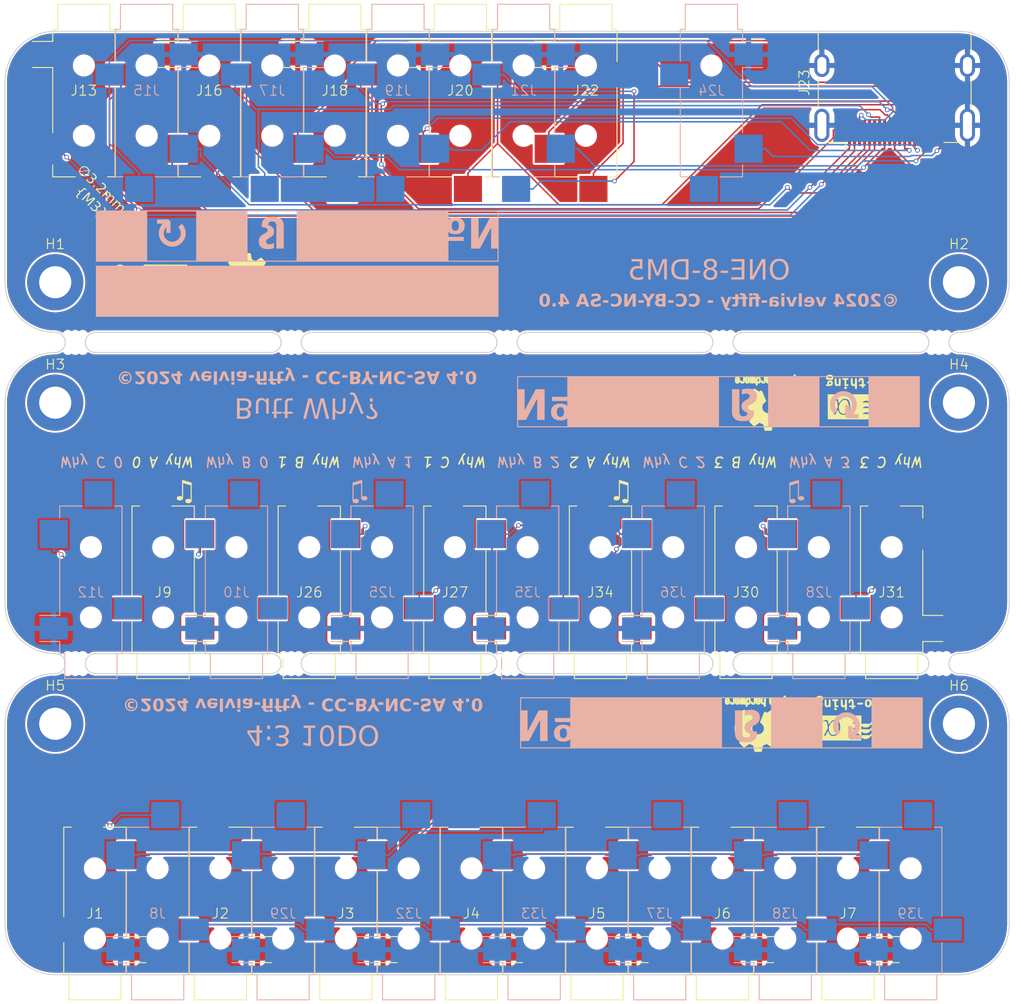
<source format=kicad_pcb>
(kicad_pcb (version 20240108) (generator "pcbnew") (generator_version "8.0")
  (layers (0 "F.Cu" signal) (31 "B.Cu" signal) (34 "B.Paste" user) (35 "F.Paste" user) (36 "B.SilkS" user "B.Silkscreen") (37 "F.SilkS" user "F.Silkscreen") (38 "B.Mask" user) (39 "F.Mask" user) (44 "Edge.Cuts" user))
  (net 0 "")
  (net 1 "GND")
  (net 2 "/Ring 0")
  (net 3 "/TIP 0")
  (net 4 "/Ring 1")
  (net 5 "/TIP 1")
  (net 6 "/Ring 2")
  (net 9 "/TIP 2")
  (net 10 "/Ring 3")
  (net 11 "/TIP 3")
  (net 12 "/Ring 4")
  (net 13 "/TIP 4")
  (net 14 "/TIP 5")
  (net 15 "/Ring 5")
  (net 16 "/TIP 6")
  (net 17 "/Ring 6")
  (net 18 "/Ring 7")
  (net 19 "/TIP 7")
  (net 20 "/Ring 8")
  (net 21 "/TIP 8")
  (net 22 "/TIP 9")
  (net 25 "Net-(J10-PadT)")
  (net 26 "Net-(J12-PadT)")
  (net 32 "Net-(J25-PadR)")
  (net 34 "Net-(J25-PadT)")
  (net 39 "Net-(J28-PadR)")
  (net 41 "Net-(J28-PadT)")
  (net 42 "Net-(J29-PadT)")
  (net 43 "Net-(J29-PadR)")
  (net 48 "Net-(J34-PadR)")
  (net 49 "Net-(J34-PadT)")
  (net 57 "Net-(J1-PadTN)")
  (net 58 "Net-(J1-PadT)")
  (net 59 "Net-(J1-PadR)")
  (net 62 "Net-(J4-PadT)")
  (net 69 "Net-(J33-PadT)")
  (footprint "mousebites:mouse-bite-2mm-slot" (layer "F.Cu") (at 174.7625 76.85)
    (property "Reference" "H9" (hide yes))
    (property "Value" "Mousebite" (hide yes))
  )
  (footprint "Connector_Audio:Jack_3.5mm_CUI_SJ-3524-SMT_Horizontal" (layer "F.Cu") (at 171.2125 133.75 180)
    (property "Reference" "J4")
    (property "Value" "BETA")
  )
  (footprint "Connector_Audio:Jack_3.5mm_CUI_SJ-3524-SMT_Horizontal" (layer "F.Cu") (at 158.7125 133.75 180)
    (property "Reference" "J3")
    (property "Value" "ALPHA")
  )
  (footprint "AT-Footprints:at-logo" (layer "F.Cu") (at 209.7625 116.85 180)
    (property "Reference" "G5" (hide yes))
    (property "Value" "LOGO" (hide yes))
  )
  (footprint "Symbol:OSHW-Logo2_7.3x6mm_SilkScreen" (layer "F.Cu") (at 148.8625 70.755)
    (property "Reference" "G2" (hide yes))
    (property "Value" "OSHW-Logo2_7.3x6mm_SilkScreen" (hide yes))
  )
  (footprint "MountingHole:MountingHole_3.2mm_M3_DIN965_Pad" (layer "F.Cu") (at 219.7625 82.85)
    (property "Reference" "H4")
    (property "Value" "M3")
  )
  (footprint "Connector_Audio:Jack_3.5mm_CUI_SJ-3524-SMT_Horizontal" (layer "F.Cu") (at 140.5125 101.75 180)
    (property "Reference" "J9")
    (property "Value" "Why A 0")
  )
  (footprint "Connector_Audio:Jack_3.5mm_CUI_SJ-3524-SMT_Horizontal" (layer "F.Cu") (at 133.7125 133.75 180)
    (property "Reference" "J1")
    (property "Value" "ALPHA")
  )
  (footprint "MountingHole:MountingHole_3.2mm_M3_DIN965_Pad" (layer "F.Cu") (at 129.7625 114.85)
    (property "Reference" "H5")
    (property "Value" "M3")
  )
  (footprint "MountingHole:MountingHole_3.2mm_M3_DIN965_Pad" (layer "F.Cu") (at 219.7625 70.85)
    (property "Reference" "H2")
    (property "Value" "M3")
  )
  (footprint "mousebites:mouse-bite-2mm-slot" (layer "F.Cu") (at 217.7625 108.85)
    (property "Reference" "H16" (hide yes))
    (property "Value" "Mousebite" (hide yes))
  )
  (footprint "mousebites:mouse-bite-2mm-slot" (layer "F.Cu") (at 131.7625 76.85)
    (property "Reference" "H7" (hide yes))
    (property "Value" "Mousebite" (hide yes))
  )
  (footprint "Connector_Audio:Jack_3.5mm_CUI_SJ-3524-SMT_Horizontal" (layer "F.Cu") (at 145.1125 51.755)
    (property "Reference" "J16")
    (property "Value" "Stereo 2")
  )
  (footprint "Connector_Audio:Jack_3.5mm_CUI_SJ-3524-SMT_Horizontal" (layer "F.Cu") (at 155.0625 101.75 180)
    (property "Reference" "J26")
    (property "Value" "Why B 1")
  )
  (footprint "Connector_Audio:Jack_3.5mm_CUI_SJ-3524-SMT_Horizontal" (layer "F.Cu") (at 208.7125 133.75 180)
    (property "Reference" "J7")
    (property "Value" "A/B")
  )
  (footprint "Connector_Audio:Jack_3.5mm_CUI_SJ-3524-SMT_Horizontal" (layer "F.Cu") (at 169.5625 101.75 180)
    (property "Reference" "J27")
    (property "Value" "Why C 1")
  )
  (footprint "mousebites:mouse-bite-2mm-slot" (layer "F.Cu") (at 153.2625 108.85)
    (property "Reference" "H13" (hide yes))
    (property "Value" "Mousebite" (hide yes))
  )
  (footprint "mousebites:mouse-bite-2mm-slot" (layer "F.Cu") (at 196.2625 76.85)
    (property "Reference" "H10" (hide yes))
    (property "Value" "Mousebite" (hide yes))
  )
  (footprint "Connector_Video:HDMI_A_Molex_208658-1001_Horizontal" (layer "F.Cu") (at 213.3625 52.69 90)
    (property "Reference" "J23")
    (property "Value" "HDMI")
  )
  (footprint "Connector_Audio:Jack_3.5mm_CUI_SJ-3524-SMT_Horizontal" (layer "F.Cu") (at 182.6125 51.755)
    (property "Reference" "J22")
    (property "Value" "Stereo 8")
  )
  (footprint "mousebites:mouse-bite-2mm-slot" (layer "F.Cu") (at 196.2625 108.85)
    (property "Reference" "H15" (hide yes))
    (property "Value" "Mousebite" (hide yes))
  )
  (footprint "Connector_Audio:Jack_3.5mm_CUI_SJ-3524-SMT_Horizontal" (layer "F.Cu") (at 146.2125 133.75 180)
    (property "Reference" "J2")
    (property "Value" "ALPHA")
  )
  (footprint "AT-Footprints:at-logo" (layer "F.Cu") (at 210.7625 84.85 180)
    (property "Reference" "G3" (hide yes))
    (property "Value" "LOGO" (hide yes))
  )
  (footprint "AT-Footprints:at-logo" (layer "F.Cu") (at 138.8625 68.755)
    (property "Reference" "G1" (hide yes))
    (property "Value" "LOGO" (hide yes))
  )
  (footprint "mousebites:mouse-bite-2mm-slot" (layer "F.Cu") (at 174.7625 108.85)
    (property "Reference" "H14" (hide yes))
    (property "Value" "Mousebite" (hide yes))
  )
  (footprint "Connector_Audio:Jack_3.5mm_CUI_SJ-3524-SMT_Horizontal" (layer "F.Cu") (at 196.2125 133.75 180)
    (property "Reference" "J6")
    (property "Value" "A/B")
  )
  (footprint "MountingHole:MountingHole_3.2mm_M3_DIN965_Pad" (layer "F.Cu") (at 129.7625 70.85)
    (property "Reference" "H1")
    (property "Value" "M3")
  )
  (footprint "Connector_Audio:Jack_3.5mm_CUI_SJ-3524-SMT_Horizontal" (layer "F.Cu") (at 213.0625 101.75 180)
    (property "Reference" "J31")
    (property "Value" "Why C 3")
  )
  (footprint "Connector_Audio:Jack_3.5mm_CUI_SJ-3524-SMT_Horizontal" (layer "F.Cu") (at 157.6125 51.755)
    (property "Reference" "J18")
    (property "Value" "Stereo 4")
  )
  (footprint "mousebites:mouse-bite-2mm-slot" (layer "F.Cu") (at 217.7625 76.85)
    (property "Reference" "H11" (hide yes))
    (property "Value" "Mousebite" (hide yes))
  )
  (footprint "Symbol:OSHW-Logo2_7.3x6mm_SilkScreen" (layer "F.Cu") (at 199.7625 114.85 180)
    (property "Reference" "G6" (hide yes))
    (property "Value" "OSHW-Logo2_7.3x6mm_SilkScreen" (hide yes))
  )
  (footprint "mousebites:mouse-bite-2mm-slot" (layer "F.Cu") (at 131.7625 108.85)
    (property "Reference" "H12" (hide yes))
    (property "Value" "Mousebite" (hide yes))
  )
  (footprint "Connector_Audio:Jack_3.5mm_CUI_SJ-3524-SMT_Horizontal" (layer "F.Cu") (at 132.6125 51.755)
    (property "Reference" "J13")
    (property "Value" "Stereo 0")
  )
  (footprint "Connector_Audio:Jack_3.5mm_CUI_SJ-3524-SMT_Horizontal" (layer "F.Cu") (at 184.0625 101.75 180)
    (property "Reference" "J34")
    (property "Value" "Why A 2")
  )
  (footprint "mousebites:mouse-bite-2mm-slot" (layer "F.Cu") (at 153.2625 76.85)
    (property "Reference" "H8" (hide yes))
    (property "Value" "Mousebite" (hide yes))
  )
  (footprint "Connector_Audio:Jack_3.5mm_CUI_SJ-3524-SMT_Horizontal" (layer "F.Cu") (at 170.1125 51.755)
    (property "Reference" "J20")
    (property "Value" "Stereo 6")
  )
  (footprint "Connector_Audio:Jack_3.5mm_CUI_SJ-3524-SMT_Horizontal" (layer "F.Cu") (at 198.5625 101.75 180)
    (property "Reference" "J30")
    (property "Value" "Why B 3")
  )
  (footprint "MountingHole:MountingHole_3.2mm_M3_DIN965_Pad" (layer "F.Cu") (at 129.7625 82.85)
    (property "Reference" "H3")
    (property "Value" "M3")
  )
  (footprint "MountingHole:MountingHole_3.2mm_M3_DIN965_Pad" (layer "F.Cu") (at 219.7625 114.85)
    (property "Reference" "H6")
    (property "Value" "M3")
  )
  (footprint "Symbol:OSHW-Logo2_7.3x6mm_SilkScreen" (layer "F.Cu") (at 200.7625 82.85 180)
    (property "Reference" "G4" (hide yes))
    (property "Value" "OSHW-Logo2_7.3x6mm_SilkScreen" (hide yes))
  )
  (footprint "Connector_Audio:Jack_3.5mm_CUI_SJ-3524-SMT_Horizontal" (layer "F.Cu") (at 183.7125 133.75 180)
    (property "Reference" "J5")
    (property "Value" "A/B")
  )
  (footprint "Connector_Audio:Jack_3.5mm_CUI_SJ-3524-SMT_Horizontal" (layer "B.Cu") (at 163.8958 51.755 180)
    (property "Reference" "J19")
    (property "Value" "Stereo 5")
  )
  (footprint "Connector_Audio:Jack_3.5mm_CUI_SJ-3524-SMT_Horizontal" (layer "B.Cu") (at 202.4625 133.75)
    (property "Reference" "J38")
    (property "Value" "C/D")
  )
  (footprint "Connector_Audio:Jack_3.5mm_CUI_SJ-3524-SMT_Horizontal" (layer "B.Cu") (at 139.9625 133.75)
    (property "Reference" "J8")
    (property "Value" "A/GAMMA")
  )
  (footprint "Connector_Audio:Jack_3.5mm_CUI_SJ-3524-SMT_Horizontal" (layer "B.Cu") (at 214.9625 133.75)
    (property "Reference" "J39")
    (property "Value" "C/D")
  )
  (footprint "Connector_Audio:Jack_3.5mm_CUI_SJ-3524-SMT_Horizontal" (layer "B.Cu") (at 133.3125 101.75)
    (property "Reference" "J12")
    (property "Value" "Why C 0")
  )
  (footprint "Connector_Audio:Jack_3.5mm_CUI_SJ-3524-SMT_Horizontal" (layer "B.Cu") (at 195.1125 51.755 180)
    (property "Reference" "J24")
    (property "Value" "Mono")
  )
  (footprint "Connector_Audio:Jack_3.5mm_CUI_SJ-3524-SMT_Horizontal" (layer "B.Cu") (at 176.4125 51.755 180)
    (property "Reference" "J21")
    (property "Value" "Stereo 7")
  )
  (footprint "Connector_Audio:Jack_3.5mm_CUI_SJ-3524-SMT_Horizontal" (layer "B.Cu") (at 164.9625 133.75)
    (property "Reference" "J32")
    (property "Value" "GAMMA")
  )
  (footprint "Connector_Audio:Jack_3.5mm_CUI_SJ-3524-SMT_Horizontal" (layer "B.Cu") (at 205.8125 101.75)
    (property "Reference" "J28")
    (property "Value" "Why A 3")
  )
  (footprint "Connector_Audio:Jack_3.5mm_CUI_SJ-3524-SMT_Horizontal" (layer "B.Cu") (at 162.3125 101.75)
    (property "Reference" "J25")
    (property "Value" "Why A 1")
  )
  (footprint "Connector_Audio:Jack_3.5mm_CUI_SJ-3524-SMT_Horizontal" (layer "B.Cu") (at 176.8125 101.75)
    (property "Reference" "J35")
    (property "Value" "Why B 2")
  )
  (footprint "Connector_Audio:Jack_3.5mm_CUI_SJ-3524-SMT_Horizontal" (layer "B.Cu") (at 151.3792 51.755 180)
    (property "Reference" "J17")
    (property "Value" "Stereo 3")
  )
  (footprint "Connector_Audio:Jack_3.5mm_CUI_SJ-3524-SMT_Horizontal" (layer "B.Cu") (at 147.8125 101.75)
    (property "Reference" "J10")
    (property "Value" "Why B 0")
  )
  (footprint "Connector_Audio:Jack_3.5mm_CUI_SJ-3524-SMT_Horizontal" (layer "B.Cu") (at 152.4625 133.75)
    (property "Reference" "J29")
    (property "Value" "GAMMA")
  )
  (footprint "Connector_Audio:Jack_3.5mm_CUI_SJ-3524-SMT_Horizontal" (layer "B.Cu") (at 189.9625 133.75)
    (property "Reference" "J37")
    (property "Value" "C/D")
  )
  (footprint "Connector_Audio:Jack_3.5mm_CUI_SJ-3524-SMT_Horizontal" (layer "B.Cu") (at 191.3125 101.75)
    (property "Reference" "J36")
    (property "Value" "Why C 2")
  )
  (footprint "Connector_Audio:Jack_3.5mm_CUI_SJ-3524-SMT_Horizontal" (layer "B.Cu") (at 138.8625 51.755 180)
    (property "Reference" "J15")
    (property "Value" "Stereo 1")
  )
  (footprint "Connector_Audio:Jack_3.5mm_CUI_SJ-3524-SMT_Horizontal" (layer "B.Cu") (at 177.4625 133.75)
    (property "Reference" "J33")
    (property "Value" "DELTA")
  )
  (gr_poly (pts (xy 205.818055 85.254999) (xy 200.818054 85.254999) (xy 200.818054 80.254999) (xy 205.818054 80.255)) (stroke (width 0.1)) (fill solid) (layer "B.SilkS"))
  (gr_rect (start 133.8625 63.755) (end 138.8625 68.755) (stroke (width 0.1)) (fill solid) (layer "B.SilkS"))
  (gr_poly (pts (xy 210.818054 85.255) (xy 205.818055 85.254999) (xy 205.818054 80.255) (xy 210.818054 80.255)) (stroke (width 0.1)) (fill none) (layer "B.SilkS"))
  (gr_rect (start 195.818054 80.254999) (end 200.818054 85.254999) (stroke (width 0.1)) (fill none) (layer "B.SilkS"))
  (gr_poly (pts (xy 215.818053 85.254999) (xy 210.818054 85.255) (xy 210.818054 80.255) (xy 215.818054 80.255)) (stroke (width 0.1)) (fill solid) (layer "B.SilkS"))
  (gr_poly (pts (xy 206.112501 117.254999) (xy 201.1125 117.254999) (xy 201.1125 112.254999) (xy 206.1125 112.255)) (stroke (width 0.1)) (fill solid) (layer "B.SilkS"))
  (gr_poly (pts (xy 168.8625 63.755) (xy 173.8625 63.755) (xy 173.8625 68.755) (xy 168.8625 68.755001)) (stroke (width 0.1)) (fill none) (layer "B.SilkS"))
  (gr_rect (start 138.8625 63.755) (end 143.8625 68.755) (stroke (width 0.1)) (fill none) (layer "B.SilkS"))
  (gr_rect (start 148.8625 63.755) (end 153.8625 68.755) (stroke (width 0.1)) (fill none) (layer "B.SilkS"))
  (gr_poly (pts (xy 153.8625 63.755) (xy 168.8625 63.755) (xy 168.8625 68.755001) (xy 153.8625 68.755)) (stroke (width 0.1)) (fill solid) (layer "B.SilkS"))
  (gr_poly (pts (xy 181.1125 117.254999) (xy 176.1125 117.254999) (xy 176.1125 112.254999) (xy 181.112501 112.254998)) (stroke (width 0.1)) (fill none) (layer "B.SilkS"))
  (gr_poly (pts (xy 216.112499 117.254999) (xy 211.1125 117.255) (xy 211.1125 112.255) (xy 216.1125 112.255)) (stroke (width 0.1)) (fill solid) (layer "B.SilkS"))
  (gr_rect (start 143.8625 63.755) (end 148.8625 68.755) (stroke (width 0.1)) (fill solid) (layer "B.SilkS"))
  (gr_poly (pts (xy 196.1125 117.254999) (xy 181.1125 117.254999) (xy 181.112501 112.254998) (xy 196.1125 112.254999)) (stroke (width 0.1)) (fill solid) (layer "B.SilkS"))
  (gr_poly (pts (xy 180.818054 85.254999) (xy 175.818054 85.254999) (xy 175.818054 80.254999) (xy 180.818055 80.254998)) (stroke (width 0.1)) (fill none) (layer "B.SilkS"))
  (gr_rect (start 196.1125 112.254999) (end 201.1125 117.254999) (stroke (width 0.1)) (fill none) (layer "B.SilkS"))
  (gr_poly (pts (xy 195.818054 85.254999) (xy 180.818054 85.254999) (xy 180.818055 80.254998) (xy 195.818054 80.254999)) (stroke (width 0.1)) (fill solid) (layer "B.SilkS"))
  (gr_poly (pts (xy 211.1125 117.255) (xy 206.112501 117.254999) (xy 206.1125 112.255) (xy 211.1125 112.255)) (stroke (width 0.1)) (fill none) (layer "B.SilkS"))
  (gr_rect (start 133.8625 69.255) (end 173.8625 74.255) (stroke (width 0.1)) (fill solid) (layer "B.SilkS"))
  (gr_line (start 176.7625 109.85) (end 194.2625 109.85) (stroke (width 0.1)) (layer "Edge.Cuts"))
  (gr_arc (start 129.7625 139.850001) (mid 126.226966 138.385534) (end 124.7625 134.85) (stroke (width 0.1)) (layer "Edge.Cuts"))
  (gr_line (start 172.7625 107.85) (end 155.2625 107.85) (stroke (width 0.1)) (layer "Edge.Cuts"))
  (gr_line (start 133.7625 107.85) (end 151.2625 107.85) (stroke (width 0.1)) (layer "Edge.Cuts"))
  (gr_line (start 215.7625 77.85) (end 198.2625 77.85) (stroke (width 0.1)) (layer "Edge.Cuts"))
  (gr_arc (start 198.2625 77.85) (mid 197.2625 76.85) (end 198.2625 75.85) (stroke (width 0.1)) (layer "Edge.Cuts"))
  (gr_arc (start 224.7625 70.85) (mid 223.298034 74.385534) (end 219.7625 75.85) (stroke (width 0.1)) (layer "Edge.Cuts"))
  (gr_arc (start 176.7625 77.85) (mid 175.7625 76.85) (end 176.7625 75.85) (stroke (width 0.1)) (layer "Edge.Cuts"))
  (gr_arc (start 133.7625 109.85) (mid 132.7625 108.85) (end 133.7625 107.85) (stroke (width 0.1)) (layer "Edge.Cuts"))
  (gr_arc (start 219.7625 109.85) (mid 223.298034 111.314466) (end 224.7625 114.85) (stroke (width 0.1)) (layer "Edge.Cuts"))
  (gr_line (start 194.2625 75.85) (end 176.7625 75.85) (stroke (width 0.1)) (layer "Edge.Cuts"))
  (gr_arc (start 194.2625 75.85) (mid 195.2625 76.85) (end 194.2625 77.85) (stroke (width 0.1)) (layer "Edge.Cuts"))
  (gr_arc (start 176.7625 109.85) (mid 175.7625 108.85) (end 176.7625 107.85) (stroke (width 0.1)) (layer "Edge.Cuts"))
  (gr_line (start 219.7625 45.85) (end 129.7625 45.85) (stroke (width 0.1)) (layer "Edge.Cuts"))
  (gr_line (start 194.2625 107.85) (end 176.7625 107.85) (stroke (width 0.1)) (layer "Edge.Cuts"))
  (gr_arc (start 172.7625 75.85) (mid 173.7625 76.85) (end 172.7625 77.85) (stroke (width 0.1)) (layer "Edge.Cuts"))
  (gr_arc (start 194.2625 107.85) (mid 195.2625 108.85) (end 194.2625 109.85) (stroke (width 0.1)) (layer "Edge.Cuts"))
  (gr_arc (start 219.7625 77.85) (mid 218.7625 76.85) (end 219.7625 75.85) (stroke (width 0.1)) (layer "Edge.Cuts"))
  (gr_line (start 215.7625 109.85) (end 198.2625 109.85) (stroke (width 0.1)) (layer "Edge.Cuts"))
  (gr_arc (start 219.7625 77.85) (mid 223.298033 79.314466) (end 224.7625 82.85) (stroke (width 0.1)) (layer "Edge.Cuts"))
  (gr_line (start 155.2625 77.85) (end 172.7625 77.85) (stroke (width 0.1)) (layer "Edge.Cuts"))
  (gr_arc (start 124.7625 82.85) (mid 126.226966 79.314466) (end 129.7625 77.85) (stroke (width 0.1)) (layer "Edge.Cuts"))
  (gr_arc (start 219.7625 109.85) (mid 218.7625 108.85) (end 219.7625 107.85) (stroke (width 0.1)) (layer "Edge.Cuts"))
  (gr_line (start 151.2625 77.85) (end 133.7625 77.85) (stroke (width 0.1)) (layer "Edge.Cuts"))
  (gr_line (start 224.7625 114.85) (end 224.7625 134.85) (stroke (width 0.1)) (layer "Edge.Cuts"))
  (gr_arc (start 224.7625 134.85) (mid 223.298034 138.385534) (end 219.7625 139.85) (stroke (width 0.1)) (layer "Edge.Cuts"))
  (gr_arc (start 151.2625 107.85) (mid 152.2625 108.85) (end 151.2625 109.85) (stroke (width 0.1)) (layer "Edge.Cuts"))
  (gr_arc (start 224.7625 102.85) (mid 223.298034 106.385534) (end 219.7625 107.85) (stroke (width 0.1)) (layer "Edge.Cuts"))
  (gr_line (start 198.2625 107.85) (end 215.7625 107.85) (stroke (width 0.1)) (layer "Edge.Cuts"))
  (gr_line (start 129.7625 139.850001) (end 219.7625 139.85) (stroke (width 0.1)) (layer "Edge.Cuts"))
  (gr_line (start 124.7625 82.85) (end 124.7625 102.85) (stroke (width 0.1)) (layer "Edge.Cuts"))
  (gr_arc (start 219.7625 45.85) (mid 223.298034 47.314466) (end 224.7625 50.85) (stroke (width 0.1)) (layer "Edge.Cuts"))
  (gr_arc (start 124.7625 50.85) (mid 126.226966 47.314466) (end 129.7625 45.85) (stroke (width 0.1)) (layer "Edge.Cuts"))
  (gr_arc (start 129.7625 107.85) (mid 126.226966 106.385534) (end 124.7625 102.85) (stroke (width 0.1)) (layer "Edge.Cuts"))
  (gr_arc (start 155.2625 109.85) (mid 154.2625 108.85) (end 155.2625 107.85) (stroke (width 0.1)) (layer "Edge.Cuts"))
  (gr_line (start 133.7625 75.85) (end 151.2625 75.85) (stroke (width 0.1)) (layer "Edge.Cuts"))
  (gr_arc (start 129.7625 75.85) (mid 126.226966 74.385534) (end 124.7625 70.85) (stroke (width 0.1)) (layer "Edge.Cuts"))
  (gr_line (start 224.7625 82.85) (end 224.7625 102.85) (stroke (width 0.1)) (layer "Edge.Cuts"))
  (gr_arc (start 215.7625 75.85) (mid 216.7625 76.85) (end 215.7625 77.85) (stroke (width 0.1)) (layer "Edge.Cuts"))
  (gr_arc (start 198.2625 109.85) (mid 197.2625 108.85) (end 198.2625 107.85) (stroke (width 0.1)) (layer "Edge.Cuts"))
  (gr_arc (start 129.7625 75.85) (mid 130.7625 76.85) (end 129.7625 77.85) (stroke (width 0.1)) (layer "Edge.Cuts"))
  (gr_line (start 176.7625 77.85) (end 194.2625 77.85) (stroke (width 0.1)) (layer "Edge.Cuts"))
  (gr_arc (start 133.7625 77.85) (mid 132.7625 76.85) (end 133.7625 75.85) (stroke (width 0.1)) (layer "Edge.Cuts"))
  (gr_arc (start 172.7625 107.85) (mid 173.7625 108.85) (end 172.7625 109.85) (stroke (width 0.1)) (layer "Edge.Cuts"))
  (gr_arc (start 151.2625 75.85) (mid 152.2625 76.85) (end 151.2625 77.85) (stroke (width 0.1)) (layer "Edge.Cuts"))
  (gr_arc (start 124.7625 114.85) (mid 126.226966 111.314466) (end 129.7625 109.85) (stroke (width 0.1)) (layer "Edge.Cuts"))
  (gr_line (start 224.7625 70.85) (end 224.7625 50.85) (stroke (width 0.1)) (layer "Edge.Cuts"))
  (gr_line (start 124.7625 70.85) (end 124.7625 50.85) (stroke (width 0.1)) (layer "Edge.Cuts"))
  (gr_line (start 198.2625 75.85) (end 215.7625 75.85) (stroke (width 0.1)) (layer "Edge.Cuts"))
  (gr_arc (start 155.2625 77.85) (mid 154.2625 76.85) (end 155.2625 75.85) (stroke (width 0.1)) (layer "Edge.Cuts"))
  (gr_line (start 124.7625 114.85) (end 124.7625 134.85) (stroke (width 0.1)) (layer "Edge.Cuts"))
  (gr_line (start 172.7625 75.85) (end 155.2625 75.85) (stroke (width 0.1)) (layer "Edge.Cuts"))
  (gr_line (start 155.2625 109.85) (end 172.7625 109.85) (stroke (width 0.1)) (layer "Edge.Cuts"))
  (gr_line (start 151.2625 109.85) (end 133.7625 109.85) (stroke (width 0.1)) (layer "Edge.Cuts"))
  (gr_arc (start 215.7625 107.85) (mid 216.7625 108.85) (end 215.7625 109.85) (stroke (width 0.1)) (layer "Edge.Cuts"))
  (gr_arc (start 129.7625 107.85) (mid 130.7625 108.85) (end 129.7625 109.85) (stroke (width 0.1)) (layer "Edge.Cuts"))
  (gr_text "♫" (at 203.6125 91.755 0) (layer "B.SilkS") (effects (font (size 2 2)) (justify mirror)))
  (gr_text "©2024 velvia-fifty - CC-BY-NC-SA 4.0" (at 153.818054 80.25 180) (layer "B.SilkS") (effects (font (size 1.25 1.25) (thickness 0.25) (bold yes)) (justify mirror)))
  (gr_text "Nº" (at 178.318054 82.754999 180) (layer "B.SilkS") (effects (font (size 3 3) (thickness 0.3) (bold yes)) (justify mirror)))
  (gr_text "Nº" (at 178.6125 114.754999 180) (layer "B.SilkS") (effects (font (size 3 3) (thickness 0.3) (bold yes)) (justify mirror)))
  (gr_text "↺" (at 208.6125 114.755 180) (layer "B.SilkS") (effects (font (size 3 3) (thickness 0.3) (bold yes)) (justify mirror)))
  (gr_text "©2024 velvia-fifty - CC-BY-NC-SA 4.0" (at 154.418054 112.85 180) (layer "B.SilkS") (effects (font (size 1.25 1.25) (thickness 0.25) (bold yes)) (justify mirror)))
  (gr_text "Nº" (at 171.3625 66.255 0) (layer "B.SilkS") (effects (font (size 3 3) (thickness 0.3) (bold yes)) (justify mirror)))
  (gr_text "Butt Why?" (at 154.818054 83.25 180) (layer "B.SilkS") (effects (font (size 2 2) (thickness 0.1)) (justify mirror)))
  (gr_text "ß" (at 198.6125 114.754999 180) (layer "B.SilkS") (effects (font (size 3 3) (thickness 0.3) (bold yes)) (justify mirror)))
  (gr_text "ß" (at 198.318054 82.754999 180) (layer "B.SilkS") (effects (font (size 3 3) (thickness 0.3) (bold yes)) (justify mirror)))
  (gr_text "↺" (at 208.318054 82.755 180) (layer "B.SilkS") (effects (font (size 3 3) (thickness 0.3) (bold yes)) (justify mirror)))
  (gr_text "©2024 velvia-fifty - CC-BY-NC-SA 4.0" (at 195.8625 72.755 0) (layer "B.SilkS") (effects (font (size 1.25 1.25) (thickness 0.25) (bold yes)) (justify mirror)))
  (gr_text "↺" (at 141.3625 66.255 0) (layer "B.SilkS") (effects (font (size 3 3) (thickness 0.3) (bold yes)) (justify mirror)))
  (gr_text "ß" (at 151.3625 66.255 0) (layer "B.SilkS") (effects (font (size 3 3) (thickness 0.3) (bold yes)) (justify mirror)))
  (gr_text "ONE-8-DM5" (at 194.8625 69.755 0) (layer "B.SilkS") (effects (font (size 2 2) (thickness 0.1)) (justify mirror)))
  (gr_text "♫" (at 160.1125 91.755 0) (layer "B.SilkS") (effects (font (size 2 2)) (justify mirror)))
  (gr_text "4:3 10DO" (at 155.418054 115.85 180) (layer "B.SilkS") (effects (font (size 2 2) (thickness 0.1)) (justify mirror)))
  (gr_text "∅3.2mm \n{M3}" (at 133.9191 62.35 315) (layer "F.SilkS") (effects (font (size 1 1) (thickness 0.1875))))
  (gr_text "♫" (at 142.6125 91.755 0) (layer "F.SilkS") (effects (font (size 2 2))))
  (gr_text "♫" (at 186.1125 91.755 0) (layer "F.SilkS") (effects (font (size 2 2))))
  (segment (start 208.8625 55.975) (end 208.8625 57.5529) (width 0.1524) (layer "F.Cu") (net 2))
  (segment (start 135.1666 52.6788) (end 136.3125 51.5329) (width 0.1524) (layer "F.Cu") (net 2))
  (segment (start 208.8625 57.5529) (end 208.779 57.5529) (width 0.1524) (layer "F.Cu") (net 2))
  (segment (start 133.3625 60.766) (end 135.1666 60.766) (width 0.1524) (layer "F.Cu") (net 2))
  (segment (start 136.3125 50.155) (end 136.3125 51.5329) (width 0.1524) (layer "F.Cu") (net 2))
  (segment (start 135.1666 60.766) (end 135.1666 52.6788) (width 0.1524) (layer "F.Cu") (net 2))
  (segment (start 135.1666 60.766) (end 138.053 63.6524) (width 0.1524) (layer "F.Cu") (net 2))
  (segment (start 208.779 57.5529) (end 204.9265 61.4054) (width 0.1524) (layer "F.Cu") (net 2))
  (segment (start 133.3625 61.555) (end 133.3625 60.766) (width 0.1524) (layer "F.Cu") (net 2))
  (via (at 138.053 63.6524) (size 0.46) (drill 0.3) (layers "F.Cu" "B.Cu") (net 2))
  (via (at 204.9265 61.4054) (size 0.46) (drill 0.3) (layers "F.Cu" "B.Cu") (net 2))
  (segment (start 202.6795 63.6524) (end 204.9265 61.4054) (width 0.1524) (layer "B.Cu") (net 2))
  (segment (start 138.053 63.6524) (end 202.6795 63.6524) (width 0.1524) (layer "B.Cu") (net 2))
  (segment (start 128.9125 57.555) (end 130.5904 57.555) (width 0.1524) (layer "F.Cu") (net 3))
  (segment (start 209.3625 57.7863) (end 206.0544 61.0944) (width 0.1524) (layer "F.Cu") (net 3))
  (segment (start 130.9032 58.3852) (end 130.5904 58.0724) (width 0.1524) (layer "F.Cu") (net 3))
  (segment (start 209.3625 55.975) (end 209.3625 57.7863) (width 0.1524) (layer "F.Cu") (net 3))
  (segment (start 130.5904 58.0724) (end 130.5904 57.555) (width 0.1524) (layer "F.Cu") (net 3))
  (via (at 206.0544 61.0944) (size 0.46) (drill 0.3) (layers "F.Cu" "B.Cu") (net 3))
  (via (at 130.9032 58.3852) (size 0.46) (drill 0.3) (layers "F.Cu" "B.Cu") (net 3))
  (segment (start 136.6862 64.1682) (end 202.9806 64.1682) (width 0.1524) (layer "B.Cu") (net 3))
  (segment (start 130.9032 58.3852) (end 136.6862 64.1682) (width 0.1524) (layer "B.Cu") (net 3))
  (segment (start 202.9806 64.1682) (end 206.0544 61.0944) (width 0.1524) (layer "B.Cu") (net 3))
  (segment (start 209.8625 54.3769) (end 210.0328 54.2066) (width 0.1524) (layer "F.Cu") (net 4))
  (segment (start 209.8625 55.975) (end 209.8625 54.3769) (width 0.1524) (layer "F.Cu") (net 4))
  (via (at 210.0328 54.2066) (size 0.46) (drill 0.3) (layers "F.Cu" "B.Cu") (net 4))
  (segment (start 197.1346 49.373) (end 197.1346 49.2617) (width 0.1524) (layer "B.Cu") (net 4))
  (segment (start 137.1625 46.7771) (end 135.1625 48.7771) (width 0.1524) (layer "B.Cu") (net 4))
  (segment (start 194.65 46.7771) (end 137.1625 46.7771) (width 0.1524) (layer "B.Cu") (net 4))
  (segment (start 197.1346 49.2617) (end 194.65 46.7771) (width 0.1524) (layer "B.Cu") (net 4))
  (segment (start 199.1309 51.3693) (end 197.1346 49.373) (width 0.1524) (layer "B.Cu") (net 4))
  (segment (start 135.1625 57.0271) (end 135.1625 50.155) (width 0.1524) (layer "B.Cu") (net 4))
  (segment (start 138.1125 59.9771) (end 135.1625 57.0271) (width 0.1524) (layer "B.Cu") (net 4))
  (segment (start 213.1576 53.4091) (end 211.1178 51.3693) (width 0.1524) (layer "B.Cu") (net 4))
  (segment (start 210.4996 54.6734) (end 212.3879 54.6734) (width 0.1524) (layer "B.Cu") (net 4))
  (segment (start 138.1125 61.555) (end 138.1125 59.9771) (width 0.1524) (layer "B.Cu") (net 4))
  (segment (start 211.1178 51.3693) (end 199.1309 51.3693) (width 0.1524) (layer "B.Cu") (net 4))
  (segment (start 135.1625 50.155) (end 135.1625 48.7771) (width 0.1524) (layer "B.Cu") (net 4))
  (segment (start 212.3879 54.6734) (end 213.1576 53.9037) (width 0.1524) (layer "B.Cu") (net 4))
  (segment (start 210.0328 54.2066) (end 210.4996 54.6734) (width 0.1524) (layer "B.Cu") (net 4))
  (segment (start 213.1576 53.9037) (end 213.1576 53.4091) (width 0.1524) (layer "B.Cu") (net 4))
  (segment (start 210.3625 57.5529) (end 205.9608 61.9546) (width 0.1524) (layer "F.Cu") (net 5))
  (segment (start 205.9608 61.9546) (end 203.2389 61.9546) (width 0.1524) (layer "F.Cu") (net 5))
  (segment (start 210.3625 55.975) (end 210.3625 57.5529) (width 0.1524) (layer "F.Cu") (net 5))
  (segment (start 203.2389 61.9546) (end 202.6834 61.3991) (width 0.1524) (layer "F.Cu") (net 5))
  (via (at 202.6834 61.3991) (size 0.46) (drill 0.3) (layers "F.Cu" "B.Cu") (net 5))
  (segment (start 149.0842 63.1329) (end 200.9496 63.1329) (width 0.1524) (layer "B.Cu") (net 5))
  (segment (start 200.9496 63.1329) (end 202.6834 61.3991) (width 0.1524) (layer "B.Cu") (net 5))
  (segment (start 144.2404 57.555) (end 144.2404 58.2891) (width 0.1524) (layer "B.Cu") (net 5))
  (segment (start 142.5625 57.555) (end 144.2404 57.555) (width 0.1524) (layer "B.Cu") (net 5))
  (segment (start 144.2404 58.2891) (end 149.0842 63.1329) (width 0.1524) (layer "B.Cu") (net 5))
  (segment (start 155.6842 63.8988) (end 148.8125 57.0271) (width 0.1524) (layer "F.Cu") (net 6))
  (segment (start 210.8625 57.5621) (end 204.5258 63.8988) (width 0.1524) (layer "F.Cu") (net 6))
  (segment (start 148.8125 50.155) (end 148.8125 51.5329) (width 0.1524) (layer "F.Cu") (net 6))
  (segment (start 210.8625 55.975) (end 210.8625 57.5621) (width 0.1524) (layer "F.Cu") (net 6))
  (segment (start 204.5258 63.8988) (end 155.6842 63.8988) (width 0.1524) (layer "F.Cu") (net 6))
  (segment (start 148.8125 51.5329) (end 148.8125 57.0271) (width 0.1524) (layer "F.Cu") (net 6))
  (segment (start 145.8625 61.555) (end 145.8625 59.9771) (width 0.1524) (layer "F.Cu") (net 6))
  (segment (start 148.8125 57.0271) (end 145.8625 59.9771) (width 0.1524) (layer "F.Cu") (net 6))
  (segment (start 211.3625 55.975) (end 211.3625 57.6156) (width 0.1524) (layer "F.Cu") (net 9))
  (segment (start 141.4125 60.2252) (end 141.4125 57.555) (width 0.1524) (layer "F.Cu") (net 9))
  (segment (start 211.3625 57.6156) (end 204.7197 64.2584) (width 0.1524) (layer "F.Cu") (net 9))
  (segment (start 204.7197 64.2584) (end 145.4457 64.2584) (width 0.1524) (layer "F.Cu") (net 9))
  (segment (start 145.4457 64.2584) (end 141.4125 60.2252) (width 0.1524) (layer "F.Cu") (net 9))
  (segment (start 211.8625 54.3971) (end 211.0109 54.3971) (width 0.1524) (layer "F.Cu") (net 10))
  (segment (start 211.8625 55.975) (end 211.8625 54.3971) (width 0.1524) (layer "F.Cu") (net 10))
  (segment (start 211.0109 54.3971) (end 210.773 54.1592) (width 0.1524) (layer "F.Cu") (net 10))
  (via (at 210.773 54.1592) (size 0.46) (drill 0.3) (layers "F.Cu" "B.Cu") (net 10))
  (segment (start 210.773 54.1592) (end 209.8677 53.2539) (width 0.1524) (layer "B.Cu") (net 10))
  (segment (start 149.7565 53.6102) (end 147.6792 51.5329) (width 0.1524) (layer "B.Cu") (net 10))
  (segment (start 150.6292 59.9771) (end 149.9973 59.3452) (width 0.1524) (layer "B.Cu") (net 10))
  (segment (start 163.4339 53.2539) (end 163.0776 53.6102) (width 0.1524) (layer "B.Cu") (net 10))
  (segment (start 149.9973 53.6102) (end 149.7565 53.6102) (width 0.1524) (layer "B.Cu") (net 10))
  (segment (start 163.0776 53.6102) (end 149.9973 53.6102) (width 0.1524) (layer "B.Cu") (net 10))
  (segment (start 147.6792 50.155) (end 147.6792 51.5329) (width 0.1524) (layer "B.Cu") (net 10))
  (segment (start 209.8677 53.2539) (end 163.4339 53.2539) (width 0.1524) (layer "B.Cu") (net 10))
  (segment (start 149.9973 59.3452) (end 149.9973 53.6102) (width 0.1524) (layer "B.Cu") (net 10))
  (segment (start 150.6292 61.555) (end 150.6292 59.9771) (width 0.1524) (layer "B.Cu") (net 10))
  (segment (start 212.3625 57.5529) (end 212.1434 57.5529) (width 0.1524) (layer "F.Cu") (net 11))
  (segment (start 212.1434 57.5529) (end 210.2635 59.4328) (width 0.1524) (layer "F.Cu") (net 11))
  (segment (start 212.3625 55.975) (end 212.3625 57.5529) (width 0.1524) (layer "F.Cu") (net 11))
  (via (at 210.2635 59.4328) (size 0.46) (drill 0.3) (layers "F.Cu" "B.Cu") (net 11))
  (segment (start 157.5947 58.3926) (end 156.7571 57.555) (width 0.1524) (layer "B.Cu") (net 11))
  (segment (start 164.044 59.6369) (end 162.7997 58.3926) (width 0.1524) (layer "B.Cu") (net 11))
  (segment (start 162.7997 58.3926) (end 157.5947 58.3926) (width 0.1524) (layer "B.Cu") (net 11))
  (segment (start 210.0594 59.6369) (end 164.044 59.6369) (width 0.1524) (layer "B.Cu") (net 11))
  (segment (start 155.0792 57.555) (end 156.7571 57.555) (width 0.1524) (layer "B.Cu") (net 11))
  (segment (start 210.2635 59.4328) (end 210.0594 59.6369) (width 0.1524) (layer "B.Cu") (net 11))
  (segment (start 161.3125 51.5329) (end 161.3125 57.0271) (width 0.1524) (layer "F.Cu") (net 12))
  (segment (start 158.3625 61.555) (end 158.3625 59.9771) (width 0.1524) (layer "F.Cu") (net 12))
  (segment (start 212.8625 55.975) (end 212.8625 54.3971) (width 0.1524) (layer "F.Cu") (net 12))
  (segment (start 207.2635 56.4467) (end 202.8192 60.891) (width 0.1524) (layer "F.Cu") (net 12))
  (segment (start 212.6415 54.1782) (end 212.4143 54.1782) (width 0.1524) (layer "F.Cu") (net 12))
  (segment (start 202.8192 60.891) (end 202.4729 60.891) (width 0.1524) (layer "F.Cu") (net 12))
  (segment (start 210.9834 53.6513) (end 210.5627 53.6513) (width 0.1524) (layer "F.Cu") (net 12))
  (segment (start 212.7223 54.259) (end 212.6415 54.1782) (width 0.1524) (layer "F.Cu") (net 12))
  (segment (start 210.9941 53.662) (end 210.9834 53.6513) (width 0.1524) (layer "F.Cu") (net 12))
  (segment (start 207.2635 55.7199) (end 207.2635 56.4467) (width 0.1524) (layer "F.Cu") (net 12))
  (segment (start 212.4143 54.1782) (end 211.8981 53.662) (width 0.1524) (layer "F.Cu") (net 12))
  (segment (start 211.8981 53.662) (end 210.9941 53.662) (width 0.1524) (layer "F.Cu") (net 12))
  (segment (start 210.5627 53.6513) (end 210.552 53.662) (width 0.1524) (layer "F.Cu") (net 12))
  (segment (start 202.4729 60.891) (end 199.8295 63.5344) (width 0.1524) (layer "F.Cu") (net 12))
  (segment (start 212.7244 54.259) (end 212.7223 54.259) (width 0.1524) (layer "F.Cu") (net 12))
  (segment (start 165.9375 63.5344) (end 160.3714 57.9682) (width 0.1524) (layer "F.Cu") (net 12))
  (segment (start 161.3125 50.155) (end 161.3125 51.5329) (width 0.1524) (layer "F.Cu") (net 12))
  (segment (start 209.3214 53.662) (end 207.2635 55.7199) (width 0.1524) (layer "F.Cu") (net 12))
  (segment (start 210.552 53.662) (end 209.3214 53.662) (width 0.1524) (layer "F.Cu") (net 12))
  (segment (start 199.8295 63.5344) (end 165.9375 63.5344) (width 0.1524) (layer "F.Cu") (net 12))
  (segment (start 212.8625 54.3971) (end 212.7244 54.259) (width 0.1524) (layer "F.Cu") (net 12))
  (segment (start 161.3125 57.0271) (end 160.3714 57.9682) (width 0.1524) (layer "F.Cu") (net 12))
  (segment (start 160.3714 57.9682) (end 158.3625 59.9771) (width 0.1524) (layer "F.Cu") (net 12))
  (segment (start 216.8325 59.2887) (end 218.3524 57.7688) (width 0.1524) (layer "F.Cu") (net 13))
  (segment (start 213.3625 55.975) (end 213.3625 57.5529) (width 0.1524) (layer "F.Cu") (net 13))
  (segment (start 213.3625 57.5529) (end 215.0983 59.2887) (width 0.1524) (layer "F.Cu") (net 13))
  (segment (start 210.5257 46.7771) (end 161.767 46.7771) (width 0.1524) (layer "F.Cu") (net 13))
  (segment (start 159.3145 50.4751) (end 153.9125 55.8771) (width 0.1524) (layer "F.Cu") (net 13))
  (segment (start 159.3145 49.2296) (end 159.3145 50.4751) (width 0.1524) (layer "F.Cu") (net 13))
  (segment (start 215.0983 59.2887) (end 216.8325 59.2887) (width 0.1524) (layer "F.Cu") (net 13))
  (segment (start 153.9125 57.555) (end 153.9125 55.8771) (width 0.1524) (layer "F.Cu") (net 13))
  (segment (start 218.3524 54.6038) (end 210.5257 46.7771) (width 0.1524) (layer "F.Cu") (net 13))
  (segment (start 161.767 46.7771) (end 159.3145 49.2296) (width 0.1524) (layer "F.Cu") (net 13))
  (segment (start 218.3524 57.7688) (end 218.3524 54.6038) (width 0.1524) (layer "F.Cu") (net 13))
  (segment (start 214.655 57.5529) (end 214.8226 57.7205) (width 0.1524) (layer "F.Cu") (net 14))
  (segment (start 214.3625 57.5529) (end 214.655 57.5529) (width 0.1524) (layer "F.Cu") (net 14))
  (segment (start 214.3625 55.975) (end 214.3625 57.5529) (width 0.1524) (layer "F.Cu") (net 14))
  (via (at 214.8226 57.7205) (size 0.46) (drill 0.3) (layers "F.Cu" "B.Cu") (net 14))
  (segment (start 167.5958 57.555) (end 169.2737 57.555) (width 0.1524) (layer "B.Cu") (net 14))
  (segment (start 169.4099 57.6912) (end 172.2313 57.6912) (width 0.1524) (layer "B.Cu") (net 14))
  (segment (start 214.8226 57.7204) (end 214.8226 57.7205) (width 0.1524) (layer "B.Cu") (net 14))
  (segment (start 169.2737 57.555) (end 169.4099 57.6912) (width 0.1524) (layer "B.Cu") (net 14))
  (segment (start 175.0583 54.8642) (end 202.0833 54.8642) (width 0.1524) (layer "B.Cu") (net 14))
  (segment (start 172.2313 57.6912) (end 175.0583 54.8642) (width 0.1524) (layer "B.Cu") (net 14))
  (segment (start 202.0833 54.8642) (end 204.9395 57.7204) (width 0.1524) (layer "B.Cu") (net 14))
  (segment (start 204.9395 57.7204) (end 214.8226 57.7204) (width 0.1524) (layer "B.Cu") (net 14))
  (segment (start 213.8625 54.3971) (end 213.1357 53.6703) (width 0.1524) (layer "F.Cu") (net 15))
  (segment (start 162.2375 53.2171) (end 162.2375 59.1023) (width 0.1524) (layer "F.Cu") (net 15))
  (segment (start 162.3824 53.0722) (end 162.2375 53.2171) (width 0.1524) (layer "F.Cu") (net 15))
  (segment (start 213.8625 55.975) (end 213.8625 54.3971) (width 0.1524) (layer "F.Cu") (net 15))
  (segment (start 213.1357 53.6703) (end 212.6246 53.6703) (width 0.1524) (layer "F.Cu") (net 15))
  (via (at 162.3824 53.0722) (size 0.46) (drill 0.3) (layers "F.Cu" "B.Cu") (net 15))
  (via (at 212.6246 53.6703) (size 0.46) (drill 0.3) (layers "F.Cu" "B.Cu") (net 15))
  (via (at 162.2375 59.1023) (size 0.46) (drill 0.3) (layers "F.Cu" "B.Cu") (net 15))
  (segment (start 162.2375 59.1023) (end 163.1123 59.9771) (width 0.1524) (layer "B.Cu") (net 15))
  (segment (start 163.1123 59.9771) (end 163.1458 59.9771) (width 0.1524) (layer "B.Cu") (net 15))
  (segment (start 160.1958 51.5329) (end 161.7351 53.0722) (width 0.1524) (layer "B.Cu") (net 15))
  (segment (start 160.1958 50.155) (end 160.1958 51.5329) (width 0.1524) (layer "B.Cu") (net 15))
  (segment (start 161.7351 53.0722) (end 162.3824 53.0722) (width 0.1524) (layer "B.Cu") (net 15))
  (segment (start 162.5897 52.8649) (end 162.3824 53.0722) (width 0.1524) (layer "B.Cu") (net 15))
  (segment (start 163.1458 61.555) (end 163.1458 59.9771) (width 0.1524) (layer "B.Cu") (net 15))
  (segment (start 211.8192 52.8649) (end 162.5897 52.8649) (width 0.1524) (layer "B.Cu") (net 15))
  (segment (start 212.6246 53.6703) (end 211.8192 52.8649) (width 0.1524) (layer "B.Cu") (net 15))
  (segment (start 166.4125 57.555) (end 166.4125 55.8771) (width 0.1524) (layer "F.Cu") (net 16))
  (segment (start 215.3625 55.975) (end 215.3625 57.5529) (width 0.1524) (layer "F.Cu") (net 16))
  (segment (start 215.4766 57.5529) (end 215.6357 57.712) (width 0.1524) (layer "F.Cu") (net 16))
  (segment (start 166.4619 55.8771) (end 166.4125 55.8771) (width 0.1524) (layer "F.Cu") (net 16))
  (segment (start 166.7921 55.5469) (end 166.4619 55.8771) (width 0.1524) (layer "F.Cu") (net 16))
  (segment (start 215.3625 57.5529) (end 215.4766 57.5529) (width 0.1524) (layer "F.Cu") (net 16))
  (via (at 166.7921 55.5469) (size 0.46) (drill 0.3) (layers "F.Cu" "B.Cu") (net 16))
  (via (at 215.6357 57.712) (size 0.46) (drill 0.3) (layers "F.Cu" "B.Cu") (net 16))
  (segment (start 215.6357 57.712) (end 215.0666 57.1429) (width 0.1524) (layer "B.Cu") (net 16))
  (segment (start 167.834 54.505) (end 166.7921 55.5469) (width 0.1524) (layer "B.Cu") (net 16))
  (segment (start 205.6669 57.1429) (end 203.029 54.505) (width 0.1524) (layer "B.Cu") (net 16))
  (segment (start 203.029 54.505) (end 167.834 54.505) (width 0.1524) (layer "B.Cu") (net 16))
  (segment (start 215.0666 57.1429) (end 205.6669 57.1429) (width 0.1524) (layer "B.Cu") (net 16))
  (segment (start 170.8625 61.555) (end 170.8625 59.9771) (width 0.1524) (layer "F.Cu") (net 17))
  (segment (start 173.8125 57.0271) (end 173.8125 50.155) (width 0.1524) (layer "F.Cu") (net 17))
  (segment (start 173.8125 57.0271) (end 179.9183 63.1329) (width 0.1524) (layer "F.Cu") (net 17))
  (segment (start 200.1596 53.1623) (end 213.6277 53.1623) (width 0.1524) (layer "F.Cu") (net 17))
  (segment (start 170.8625 59.9771) (end 173.8125 57.0271) (width 0.1524) (layer "F.Cu") (net 17))
  (segment (start 214.8625 55.975) (end 214.8625 54.3971) (width 0.1524) (layer "F.Cu") (net 17))
  (segment (start 179.9183 63.1329) (end 190.189 63.1329) (width 0.1524) (layer "F.Cu") (net 17))
  (segment (start 190.189 63.1329) (end 200.1596 53.1623) (width 0.1524) (layer "F.Cu") (net 17))
  (segment (start 213.6277 53.1623) (end 214.8625 54.3971) (width 0.1524) (layer "F.Cu") (net 17))
  (segment (start 214.2721 52.8067) (end 215.8625 54.3971) (width 0.1524) (layer "F.Cu") (net 18))
  (segment (start 187.4076 52.8067) (end 187.4076 58.8205) (width 0.1524) (layer "F.Cu") (net 18))
  (segment (start 187.4076 51.8286) (end 187.4076 52.8067) (width 0.1524) (layer "F.Cu") (net 18))
  (segment (start 187.4076 58.8205) (end 185.4558 60.7723) (width 0.1524) (layer "F.Cu") (net 18))
  (segment (start 187.4076 52.8067) (end 214.2721 52.8067) (width 0.1524) (layer "F.Cu") (net 18))
  (segment (start 215.8625 55.975) (end 215.8625 54.3971) (width 0.1524) (layer "F.Cu") (net 18))
  (via (at 185.4558 60.7723) (size 0.46) (drill 0.3) (layers "F.Cu" "B.Cu") (net 18))
  (via (at 187.4076 51.8286) (size 0.46) (drill 0.3) (layers "F.Cu" "B.Cu") (net 18))
  (segment (start 172.7125 50.155) (end 174.3904 50.155) (width 0.1524) (layer "B.Cu") (net 18))
  (segment (start 174.3904 50.155) (end 176.064 51.8286) (width 0.1524) (layer "B.Cu") (net 18))
  (segment (start 178.1231 60.7723) (end 177.3404 61.555) (width 0.1524) (layer "B.Cu") (net 18))
  (segment (start 176.064 51.8286) (end 187.4076 51.8286) (width 0.1524) (layer "B.Cu") (net 18))
  (segment (start 175.6625 61.555) (end 177.3404 61.555) (width 0.1524) (layer "B.Cu") (net 18))
  (segment (start 185.4558 60.7723) (end 178.1231 60.7723) (width 0.1524) (layer "B.Cu") (net 18))
  (segment (start 216.3625 57.8929) (end 216.3625 55.975) (width 0.1524) (layer "F.Cu") (net 19))
  (segment (start 215.4858 58.7696) (end 216.3625 57.8929) (width 0.1524) (layer "F.Cu") (net 19))
  (via (at 215.4858 58.7696) (size 0.46) (drill 0.3) (layers "F.Cu" "B.Cu") (net 19))
  (segment (start 183.4908 59.2554) (end 181.7904 57.555) (width 0.1524) (layer "B.Cu") (net 19))
  (segment (start 180.1125 57.555) (end 181.7904 57.555) (width 0.1524) (layer "B.Cu") (net 19))
  (segment (start 209.7227 59.2554) (end 183.4908 59.2554) (width 0.1524) (layer "B.Cu") (net 19))
  (segment (start 215.4858 58.7696) (end 210.2085 58.7696) (width 0.1524) (layer "B.Cu") (net 19))
  (segment (start 210.2085 58.7696) (end 209.7227 59.2554) (width 0.1524) (layer "B.Cu") (net 19))
  (segment (start 183.3625 61.555) (end 183.3625 59.9771) (width 0.1524) (layer "F.Cu") (net 20))
  (segment (start 186.3125 57.0271) (end 183.3625 59.9771) (width 0.1524) (layer "F.Cu") (net 20))
  (segment (start 189.1576 51.3222) (end 187.9904 50.155) (width 0.1524) (layer "F.Cu") (net 20))
  (segment (start 216.8625 55.975) (end 216.8625 54.3971) (width 0.1524) (layer "F.Cu") (net 20))
  (segment (start 213.7876 51.3222) (end 189.1576 51.3222) (width 0.1524) (layer "F.Cu") (net 20))
  (segment (start 186.3125 50.155) (end 187.9904 50.155) (width 0.1524) (layer "F.Cu") (net 20))
  (segment (start 186.3125 50.155) (end 186.3125 57.0271) (width 0.1524) (layer "F.Cu") (net 20))
  (segment (start 216.8625 54.3971) (end 213.7876 51.3222) (width 0.1524) (layer "F.Cu") (net 20))
  (segment (start 189.3732 48.7271) (end 184.7909 48.7271) (width 0.1524) (layer "F.Cu") (net 21))
  (segment (start 213.9258 50.9272) (end 191.5733 50.9272) (width 0.1524) (layer "F.Cu") (net 21))
  (segment (start 184.7909 48.7271) (end 184.4393 49.0787) (width 0.1524) (layer "F.Cu") (net 21))
  (segment (start 178.9125 57.555) (end 178.9125 55.8771) (width 0.1524) (layer "F.Cu") (net 21))
  (segment (start 217.3625 54.3639) (end 213.9258 50.9272) (width 0.1524) (layer "F.Cu") (net 21))
  (segment (start 184.4393 49.0787) (end 184.4393 50.3503) (width 0.1524) (layer "F.Cu") (net 21))
  (segment (start 191.5733 50.9272) (end 189.3732 48.7271) (width 0.1524) (layer "F.Cu") (net 21))
  (segment (start 184.4393 50.3503) (end 178.9125 55.8771) (width 0.1524) (layer "F.Cu") (net 21))
  (segment (start 217.3625 55.975) (end 217.3625 54.3639) (width 0.1524) (layer "F.Cu") (net 21))
  (segment (start 217.7711 57.5529) (end 217.5716 57.7524) (width 0.1524) (layer "F.Cu") (net 22))
  (segment (start 217.8625 55.975) (end 217.8625 57.5529) (width 0.1524) (layer "F.Cu") (net 22))
  (segment (start 217.8625 57.5529) (end 217.7711 57.5529) (width 0.1524) (layer "F.Cu") (net 22))
  (via (at 217.5716 57.7524) (size 0.46) (drill 0.3) (layers "F.Cu" "B.Cu") (net 22))
  (segment (start 198.8125 57.555) (end 200.4904 57.555) (width 0.1524) (layer "B.Cu") (net 22))
  (segment (start 215.0365 58.2253) (end 214.9408 58.321) (width 0.1524) (layer "B.Cu") (net 22))
  (segment (start 217.0987 58.2253) (end 215.0365 58.2253) (width 0.1524) (layer "B.Cu") (net 22))
  (segment (start 217.5716 57.7524) (end 217.0987 58.2253) (width 0.1524) (layer "B.Cu") (net 22))
  (segment (start 201.2564 58.321) (end 200.4904 57.555) (width 0.1524) (layer "B.Cu") (net 22))
  (segment (start 214.9408 58.321) (end 201.2564 58.321) (width 0.1524) (layer "B.Cu") (net 22))
  (segment (start 144.2125 97.7782) (end 144.2125 95.95) (width 0.1524) (layer "F.Cu") (net 25))
  (segment (start 144.0191 97.9716) (end 144.2125 97.7782) (width 0.1524) (layer "F.Cu") (net 25))
  (via (at 144.0191 97.9716) (size 0.46) (drill 0.3) (layers "F.Cu" "B.Cu") (net 25))
  (segment (start 144.0191 97.7213) (end 144.0191 97.9716) (width 0.1524) (layer "B.Cu") (net 25))
  (segment (start 144.1125 97.6279) (end 144.0191 97.7213) (width 0.1524) (layer "B.Cu") (net 25))
  (segment (start 144.1125 95.95) (end 144.1125 97.6279) (width 0.1524) (layer "B.Cu") (net 25))
  (segment (start 136.8125 103.35) (end 135.1346 103.35) (width 0.1524) (layer "F.Cu") (net 26))
  (segment (start 135.1346 102.7509) (end 135.1346 103.35) (width 0.1524) (layer "F.Cu") (net 26))
  (segment (start 130.3553 97.9716) (end 135.1346 102.7509) (width 0.1524) (layer "F.Cu") (net 26))
  (via (at 130.3553 97.9716) (size 0.46) (drill 0.3) (layers "F.Cu" "B.Cu") (net 26))
  (segment (start 130.0116 97.6279) (end 130.3553 97.9716) (width 0.1524) (layer "B.Cu") (net 26))
  (segment (start 129.6125 95.95) (end 129.6125 97.6279) (width 0.1524) (layer "B.Cu") (net 26))
  (segment (start 129.6125 97.6279) (end 130.0116 97.6279) (width 0.1524) (layer "B.Cu") (net 26))
  (segment (start 171.6141 97.6279) (end 173.2625 97.6279) (width 0.1524) (layer "F.Cu") (net 32))
  (segment (start 173.2625 95.95) (end 173.2625 97.6279) (width 0.1524) (layer "F.Cu") (net 32))
  (segment (start 167.6716 101.5704) (end 171.6141 97.6279) (width 0.1524) (layer "F.Cu") (net 32))
  (via (at 167.6716 101.5704) (size 0.46) (drill 0.3) (layers "F.Cu" "B.Cu") (net 32))
  (segment (start 167.2699 101.9721) (end 167.6716 101.5704) (width 0.1524) (layer "B.Cu") (net 32))
  (segment (start 166.0125 101.9721) (end 167.2699 101.9721) (width 0.1524) (layer "B.Cu") (net 32))
  (segment (start 166.0125 103.35) (end 166.0125 101.9721) (width 0.1524) (layer "B.Cu") (net 32))
  (segment (start 160.6307 95.1468) (end 160.4404 95.3371) (width 0.1524) (layer "F.Cu") (net 34))
  (segment (start 158.7625 95.95) (end 160.4404 95.95) (width 0.1524) (layer "F.Cu") (net 34))
  (segment (start 160.4404 95.3371) (end 160.4404 95.95) (width 0.1524) (layer "F.Cu") (net 34))
  (via (at 160.6307 95.1468) (size 0.46) (drill 0.3) (layers "F.Cu" "B.Cu") (net 34))
  (segment (start 160.2904 95.95) (end 160.2904 95.4871) (width 0.1524) (layer "B.Cu") (net 34))
  (segment (start 158.6125 95.95) (end 160.2904 95.95) (width 0.1524) (layer "B.Cu") (net 34))
  (segment (start 160.2904 95.4871) (end 160.6307 95.1468) (width 0.1524) (layer "B.Cu") (net 34))
  (segment (start 215.0846 97.5418) (end 215.0846 95.95) (width 0.1524) (layer "F.Cu") (net 39))
  (segment (start 216.7625 95.95) (end 215.0846 95.95) (width 0.1524) (layer "F.Cu") (net 39))
  (segment (start 211.056 101.5704) (end 215.0846 97.5418) (width 0.1524) (layer "F.Cu") (net 39))
  (via (at 211.056 101.5704) (size 0.46) (drill 0.3) (layers "F.Cu" "B.Cu") (net 39))
  (segment (start 209.5125 103.35) (end 209.5125 101.9721) (width 0.1524) (layer "B.Cu") (net 39))
  (segment (start 209.5125 101.9721) (end 210.6543 101.9721) (width 0.1524) (layer "B.Cu") (net 39))
  (segment (start 210.6543 101.9721) (end 211.056 101.5704) (width 0.1524) (layer "B.Cu") (net 39))
  (segment (start 202.2625 95.95) (end 200.5846 95.95) (width 0.1524) (layer "F.Cu") (net 41))
  (segment (start 200.2627 95.1468) (end 200.5846 95.4687) (width 0.1524) (layer "F.Cu") (net 41))
  (segment (start 200.5846 95.4687) (end 200.5846 95.95) (width 0.1524) (layer "F.Cu") (net 41))
  (via (at 200.2627 95.1468) (size 0.46) (drill 0.3) (layers "F.Cu" "B.Cu") (net 41))
  (segment (start 202.1125 95.95) (end 200.4346 95.95) (width 0.1524) (layer "B.Cu") (net 41))
  (segment (start 200.4346 95.3187) (end 200.2627 95.1468) (width 0.1524) (layer "B.Cu") (net 41))
  (segment (start 200.4346 95.95) (end 200.4346 95.3187) (width 0.1524) (layer "B.Cu") (net 41))
  (segment (start 147.0846 127.95) (end 146.9635 127.8289) (width 0.1524) (layer "B.Cu") (net 42))
  (segment (start 148.0551 127.8185) (end 159.4531 127.8185) (width 0.1524) (layer "B.Cu") (net 42))
  (segment (start 178.2125 123.95) (end 178.2125 125.5279) (width 0.1524) (layer "B.Cu") (net 42))
  (segment (start 147.9236 127.95) (end 147.0846 127.95) (width 0.1524) (layer "B.Cu") (net 42))
  (segment (start 147.9236 127.95) (end 148.0551 127.8185) (width 0.1524) (layer "B.Cu") (net 42))
  (segment (start 165.3625 125.5279) (end 162.9404 127.95) (width 0.1524) (layer "B.Cu") (net 42))
  (segment (start 148.7625 127.95) (end 147.9236 127.95) (width 0.1524) (layer "B.Cu") (net 42))
  (segment (start 159.4531 127.8185) (end 159.5846 127.95) (width 0.1524) (layer "B.Cu") (net 42))
  (segment (start 138.0615 127.8289) (end 137.9404 127.95) (width 0.1524) (layer "B.Cu") (net 42))
  (segment (start 161.2625 127.95) (end 159.5846 127.95) (width 0.1524) (layer "B.Cu") (net 42))
  (segment (start 136.2625 127.95) (end 137.9404 127.95) (width 0.1524) (layer "B.Cu") (net 42))
  (segment (start 178.2125 125.5279) (end 165.3625 125.5279) (width 0.1524) (layer "B.Cu") (net 42))
  (segment (start 146.9635 127.8289) (end 138.0615 127.8289) (width 0.1524) (layer "B.Cu") (net 42))
  (segment (start 161.2625 127.95) (end 162.9404 127.95) (width 0.1524) (layer "B.Cu") (net 42))
  (segment (start 205.3236 135.35) (end 206.1002 135.35) (width 0.1524) (layer "B.Cu") (net 43))
  (segment (start 169.1467 134.8658) (end 168.6625 135.35) (width 0.1524) (layer "B.Cu") (net 43))
  (segment (start 156.6558 134.8567) (end 156.1625 135.35) (width 0.1524) (layer "B.Cu") (net 43))
  (segment (start 191.4758 134.8412) (end 181.6713 134.8412) (width 0.1524) (layer "B.Cu") (net 43))
  (segment (start 154.4846 135.35) (end 153.9873 134.8527) (width 0.1524) (layer "B.Cu") (net 43))
  (segment (start 203.965 134.8304) (end 204.4846 135.35) (width 0.1524) (layer "B.Cu") (net 43))
  (segment (start 206.6198 134.8304) (end 216.465 134.8304) (width 0.1524) (layer "B.Cu") (net 43))
  (segment (start 179.0004 134.8658) (end 169.1467 134.8658) (width 0.1524) (layer "B.Cu") (net 43))
  (segment (start 218.6625 135.35) (end 216.9846 135.35) (width 0.1524) (layer "B.Cu") (net 43))
  (segment (start 153.9873 134.8527) (end 144.1598 134.8527) (width 0.1524) (layer "B.Cu") (net 43))
  (segment (start 181.6713 134.8412) (end 181.1625 135.35) (width 0.1524) (layer "B.Cu") (net 43))
  (segment (start 144.1598 134.8527) (end 143.6625 135.35) (width 0.1524) (layer "B.Cu") (net 43))
  (segment (start 191.9846 135.35) (end 191.4758 134.8412) (width 0.1524) (layer "B.Cu") (net 43))
  (segment (start 156.1625 135.35) (end 154.4846 135.35) (width 0.1524) (layer "B.Cu") (net 43))
  (segment (start 205.3236 135.35) (end 204.4846 135.35) (width 0.1524) (layer "B.Cu") (net 43))
  (segment (start 193.6625 135.35) (end 191.9846 135.35) (width 0.1524) (layer "B.Cu") (net 43))
  (segment (start 166.4913 134.8567) (end 156.6558 134.8567) (width 0.1524) (layer "B.Cu") (net 43))
  (segment (start 168.6625 135.35) (end 166.9846 135.35) (width 0.1524) (layer "B.Cu") (net 43))
  (segment (start 179.4846 135.35) (end 179.0004 134.8658) (width 0.1524) (layer "B.Cu") (net 43))
  (segment (start 166.9846 135.35) (end 166.4913 134.8567) (width 0.1524) (layer "B.Cu") (net 43))
  (segment (start 216.465 134.8304) (end 216.9846 135.35) (width 0.1524) (layer "B.Cu") (net 43))
  (segment (start 181.1625 135.35) (end 179.4846 135.35) (width 0.1524) (layer "B.Cu") (net 43))
  (segment (start 193.6625 135.35) (end 194.1821 134.8304) (width 0.1524) (layer "B.Cu") (net 43))
  (segment (start 206.1625 135.35) (end 206.1002 135.35) (width 0.1524) (layer "B.Cu") (net 43))
  (segment (start 194.1821 134.8304) (end 203.965 134.8304) (width 0.1524) (layer "B.Cu") (net 43))
  (segment (start 206.1002 135.35) (end 206.6198 134.8304) (width 0.1524) (layer "B.Cu") (net 43))
  (segment (start 180.3625 103.35) (end 180.3625 101.9721) (width 0.1524) (layer "F.Cu") (net 48))
  (segment (start 185.6578 97.4416) (end 185.6578 97.6715) (width 0.1524) (layer "F.Cu") (net 48))
  (segment (start 185.6578 97.6715) (end 181.3572 101.9721) (width 0.1524) (layer "F.Cu") (net 48))
  (segment (start 181.3572 101.9721) (end 180.3625 101.9721) (width 0.1524) (layer "F.Cu") (net 48))
  (via (at 185.6578 97.4416) (size 0.46) (drill 0.3) (layers "F.Cu" "B.Cu") (net 48))
  (segment (start 185.9346 97.1648) (end 185.6578 97.4416) (width 0.1524) (layer "B.Cu") (net 48))
  (segment (start 187.6125 95.95) (end 185.9346 95.95) (width 0.1524) (layer "B.Cu") (net 48))
  (segment (start 185.9346 95.95) (end 185.9346 97.1648) (width 0.1524) (layer "B.Cu") (net 48))
  (segment (start 175.9013 95.072) (end 185.2066 95.072) (width 0.1524) (layer "F.Cu") (net 49))
  (segment (start 185.2066 95.072) (end 186.0846 95.95) (width 0.1524) (layer "F.Cu") (net 49))
  (segment (start 187.7625 95.95) (end 186.0846 95.95) (width 0.1524) (layer "F.Cu") (net 49))
  (via (at 175.9013 95.072) (size 0.46) (drill 0.3) (layers "F.Cu" "B.Cu") (net 49))
  (segment (start 175.0233 95.95) (end 175.9013 95.072) (width 0.1524) (layer "B.Cu") (net 49))
  (segment (start 173.1125 95.95) (end 175.0233 95.95) (width 0.1524) (layer "B.Cu") (net 49))
  (segment (start 135.2055 125.0156) (end 134.6404 124.4505) (width 0.1524) (layer "F.Cu") (net 57))
  (segment (start 134.6404 124.4505) (end 134.6404 123.95) (width 0.1524) (layer "F.Cu") (net 57))
  (segment (start 132.9625 123.95) (end 134.6404 123.95) (width 0.1524) (layer "F.Cu") (net 57))
  (via (at 135.2055 125.0156) (size 0.46) (drill 0.3) (layers "F.Cu" "B.Cu") (net 57))
  (segment (start 136.2711 123.95) (end 135.2055 125.0156) (width 0.1524) (layer "B.Cu") (net 57))
  (segment (start 140.7125 123.95) (end 136.2711 123.95) (width 0.1524) (layer "B.Cu") (net 57))
  (segment (start 149.9125 127.95) (end 151.5904 127.95) (width 0.1524) (layer "F.Cu") (net 58))
  (segment (start 139.2115 127.8289) (end 148.1135 127.8289) (width 0.1524) (layer "F.Cu") (net 58))
  (segment (start 168.0904 123.95) (end 170.4625 123.95) (width 0.1524) (layer "F.Cu") (net 58))
  (segment (start 160.6135 127.8289) (end 160.7346 127.95) (width 0.1524) (layer "F.Cu") (net 58))
  (segment (start 139.0904 127.95) (end 139.2115 127.8289) (width 0.1524) (layer "F.Cu") (net 58))
  (segment (start 151.5904 127.95) (end 151.7115 127.8289) (width 0.1524) (layer "F.Cu") (net 58))
  (segment (start 148.1135 127.8289) (end 148.2346 127.95) (width 0.1524) (layer "F.Cu") (net 58))
  (segment (start 149.9125 127.95) (end 148.2346 127.95) (width 0.1524) (layer "F.Cu") (net 58))
  (segment (start 137.4125 127.95) (end 139.0904 127.95) (width 0.1524) (layer "F.Cu") (net 58))
  (segment (start 162.4125 127.95) (end 160.7346 127.95) (width 0.1524) (layer "F.Cu") (net 58))
  (segment (start 164.0904 127.95) (end 168.0904 123.95) (width 0.1524) (layer "F.Cu") (net 58))
  (segment (start 162.4125 127.95) (end 164.0904 127.95) (width 0.1524) (layer "F.Cu") (net 58))
  (segment (start 151.7115 127.8289) (end 160.6135 127.8289) (width 0.1524) (layer "F.Cu") (net 58))
  (segment (start 132.2099 134.8305) (end 131.6904 135.35) (width 0.1524) (layer "F.Cu") (net 59))
  (segment (start 130.0125 135.35) (end 131.6904 135.35) (width 0.1524) (layer "F.Cu") (net 59))
  (segment (start 169.6723 134.8681) (end 169.1904 135.35) (width 0.1524) (layer "F.Cu") (net 59))
  (segment (start 182.1883 134.8521) (end 181.6904 135.35) (width 0.1524) (layer "F.Cu") (net 59))
  (segment (start 180.0125 135.35) (end 181.6904 135.35) (width 0.1524) (layer "F.Cu") (net 59))
  (segment (start 142.5125 135.35) (end 144.1904 135.35) (width 0.1524) (layer "F.Cu") (net 59))
  (segment (start 141.993 134.8305) (end 132.2099 134.8305) (width 0.1524) (layer "F.Cu") (net 59))
  (segment (start 179.5306 134.8681) (end 169.6723 134.8681) (width 0.1524) (layer "F.Cu") (net 59))
  (segment (start 157.1875 134.8529) (end 167.0154 134.8529) (width 0.1524) (layer "F.Cu") (net 59))
  (segment (start 142.5125 135.35) (end 141.993 134.8305) (width 0.1524) (layer "F.Cu") (net 59))
  (segment (start 154.5197 134.8572) (end 144.6832 134.8572) (width 0.1524) (layer "F.Cu") (net 59))
  (segment (start 192.5125 135.35) (end 192.0146 134.8521) (width 0.1524) (layer "F.Cu") (net 59))
  (segment (start 192.5125 135.35) (end 194.1904 135.35) (width 0.1524) (layer "F.Cu") (net 59))
  (segment (start 156.6904 135.35) (end 157.1875 134.8529) (width 0.1524) (layer "F.Cu") (net 59))
  (segment (start 167.5125 135.35) (end 169.1904 135.35) (width 0.1524) (layer "F.Cu") (net 59))
  (segment (start 155.0125 135.35) (end 156.6904 135.35) (width 0.1524) (layer "F.Cu") (net 59))
  (segment (start 180.0125 135.35) (end 179.5306 134.8681) (width 0.1524) (layer "F.Cu") (net 59))
  (segment (start 167.0154 134.8529) (end 167.5125 135.35) (width 0.1524) (layer "F.Cu") (net 59))
  (segment (start 155.0125 135.35) (end 154.5197 134.8572) (width 0.1524) (layer "F.Cu") (net 59))
  (segment (start 192.0146 134.8521) (end 182.1883 134.8521) (width 0.1524) (layer "F.Cu") (net 59))
  (segment (start 194.6883 134.8521) (end 194.1904 135.35) (width 0.1524) (layer "F.Cu") (net 59))
  (segment (start 144.6832 134.8572) (end 144.1904 135.35) (width 0.1524) (layer "F.Cu") (net 59))
  (segment (start 205.0125 135.35) (end 204.5146 134.8521) (width 0.1524) (layer "F.Cu") (net 59))
  (segment (start 204.5146 134.8521) (end 194.6883 134.8521) (width 0.1524) (layer "F.Cu") (net 59))
  (segment (start 210.6135 127.8289) (end 210.7346 127.95) (width 0.1524) (layer "F.Cu") (net 62))
  (segment (start 187.7883 127.8307) (end 176.7097 127.8307) (width 0.1524) (layer "F.Cu") (net 62))
  (segment (start 201.7115 127.8289) (end 210.6135 127.8289) (width 0.1524) (layer "F.Cu") (net 62))
  (segment (start 201.5904 127.95) (end 201.7115 127.8289) (width 0.1524) (layer "F.Cu") (net 62))
  (segment (start 189.0904 127.95) (end 189.2115 127.8289) (width 0.1524) (layer "F.Cu") (net 62))
  (segment (start 187.4125 127.95) (end 187.9076 127.95) (width 0.1524) (layer "F.Cu") (net 62))
  (segment (start 187.9076 127.95) (end 187.7883 127.8307) (width 0.1524) (layer "F.Cu") (net 62))
  (segment (start 189.2115 127.8289) (end 198.1135 127.8289) (width 0.1524) (layer "F.Cu") (net 62))
  (segment (start 198.1135 127.8289) (end 198.2346 127.95) (width 0.1524) (layer "F.Cu") (net 62))
  (segment (start 199.9125 127.95) (end 198.2346 127.95) (width 0.1524) (layer "F.Cu") (net 62))
  (segment (start 174.9125 127.95) (end 176.5904 127.95) (width 0.1524) (layer "F.Cu") (net 62))
  (segment (start 176.7097 127.8307) (end 176.5904 127.95) (width 0.1524) (layer "F.Cu") (net 62))
  (segment (start 212.4125 127.95) (end 210.7346 127.95) (width 0.1524) (layer "F.Cu") (net 62))
  (segment (start 188.2515 127.95) (end 189.0904 127.95) (width 0.1524) (layer "F.Cu") (net 62))
  (segment (start 188.2515 127.95) (end 187.9076 127.95) (width 0.1524) (layer "F.Cu") (net 62))
  (segment (start 199.9125 127.95) (end 201.5904 127.95) (width 0.1524) (layer "F.Cu") (net 62))
  (segment (start 186.2625 127.95) (end 187.9404 127.95) (width 0.1524) (layer "B.Cu") (net 69))
  (segment (start 186.2625 127.95) (end 184.5846 127.95) (width 0.1524) (layer "B.Cu") (net 69))
  (segment (start 188.0708 127.8196) (end 196.9542 127.8196) (width 0.1524) (layer "B.Cu") (net 69))
  (segment (start 196.9542 127.8196) (end 197.0846 127.95) (width 0.1524) (layer "B.Cu") (net 69))
  (segment (start 209.5846 127.95) (end 209.4635 127.8289) (width 0.1524) (layer "B.Cu") (net 69))
  (segment (start 175.5719 127.8185) (end 184.4531 127.8185) (width 0.1524) (layer "B.Cu") (net 69))
  (segment (start 198.7625 127.95) (end 200.4404 127.95) (width 0.1524) (layer "B.Cu") (net 69))
  (segment (start 175.4404 127.95) (end 175.5719 127.8185) (width 0.1524) (layer "B.Cu") (net 69))
  (segment (start 209.4635 127.8289) (end 200.5615 127.8289) (width 0.1524) (layer "B.Cu") (net 69))
  (segment (start 184.4531 127.8185) (end 184.5846 127.95) (width 0.1524) (layer "B.Cu") (net 69))
  (segment (start 187.9404 127.95) (end 188.0708 127.8196) (width 0.1524) (layer "B.Cu") (net 69))
  (segment (start 211.2625 127.95) (end 209.5846 127.95) (width 0.1524) (layer "B.Cu") (net 69))
  (segment (start 173.7625 127.95) (end 175.4404 127.95) (width 0.1524) (layer "B.Cu") (net 69))
  (segment (start 198.7625 127.95) (end 197.0846 127.95) (width 0.1524) (layer "B.Cu") (net 69))
  (segment (start 200.5615 127.8289) (end 200.4404 127.95) (width 0.1524) (layer "B.Cu") (net 69))
  (zone (net 1) (net_name "GND") (layers "F&B.Cu") (connect_pads (clearance 0)) (min_thickness 0.25) (fill yes (thermal_gap 0.5) (thermal_bridge_width 0.5))
    (polygon (pts (xy 124.2625 44.85) (xy 124.2625 140.85) (xy 226.2625 140.85) (xy 225.2625 44.85)))
  )
)
</source>
